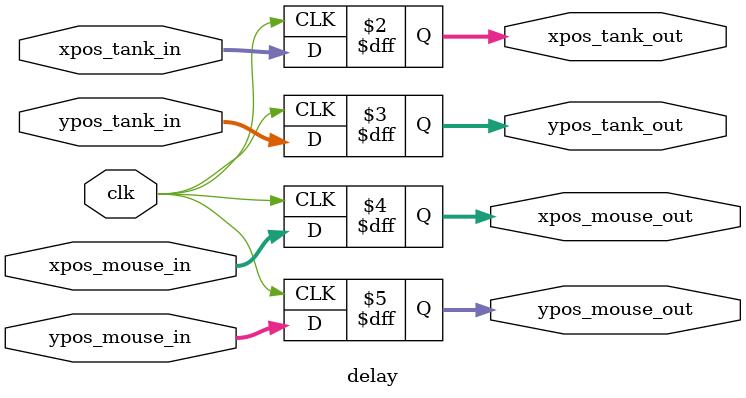
<source format=v>
`timescale 1ns / 1ps
/*
Authors:
Orze³ £ukasz
wiebocki Jakub
*/

module delay(
    input wire clk,
    input wire [9:0] xpos_tank_in,
    input wire [9:0] ypos_tank_in,
    input wire [11:0] xpos_mouse_in,
    input wire [11:0] ypos_mouse_in,
 
    output reg [9:0] xpos_tank_out,
    output reg [9:0] ypos_tank_out,
    output reg [11:0] xpos_mouse_out,
    output reg [11:0] ypos_mouse_out  
);  

//Sequential data execute
//****************************************************************************************************************//      
always@(posedge clk) begin
    xpos_tank_out <= xpos_tank_in;
    ypos_tank_out <= ypos_tank_in;
    xpos_mouse_out <= xpos_mouse_in;
    ypos_mouse_out <= ypos_mouse_in;
end

endmodule

</source>
